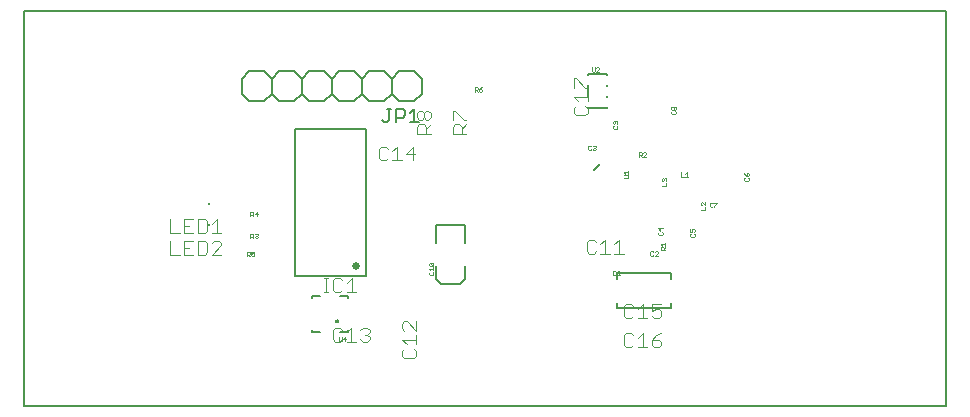
<source format=gto>
G75*
G70*
%OFA0B0*%
%FSLAX24Y24*%
%IPPOS*%
%LPD*%
%AMOC8*
5,1,8,0,0,1.08239X$1,22.5*
%
%ADD10C,0.0080*%
%ADD11C,0.0010*%
%ADD12C,0.0060*%
%ADD13C,0.0050*%
%ADD14C,0.0040*%
%ADD15R,0.0079X0.0079*%
%ADD16C,0.0263*%
%ADD17C,0.0070*%
D10*
X000150Y000181D02*
X000150Y013337D01*
X030885Y013337D01*
X030885Y000181D01*
X000150Y000181D01*
X009163Y004516D02*
X011524Y004516D01*
X011524Y009397D01*
X009163Y009397D01*
X009163Y004516D01*
X013885Y004399D02*
X014042Y004241D01*
X014672Y004241D01*
X014830Y004399D01*
X014830Y004832D01*
X013885Y004832D02*
X013885Y004399D01*
X013885Y005619D02*
X013885Y006210D01*
X014830Y006210D01*
X014830Y005619D01*
X019150Y008053D02*
X019347Y008250D01*
D11*
X020132Y007965D02*
X020282Y007965D01*
X020282Y007915D02*
X020282Y008015D01*
X020182Y007915D02*
X020132Y007965D01*
X020132Y007868D02*
X020257Y007868D01*
X020282Y007843D01*
X020282Y007793D01*
X020257Y007768D01*
X020132Y007768D01*
X021401Y007743D02*
X021426Y007768D01*
X021451Y007768D01*
X021476Y007743D01*
X021501Y007768D01*
X021526Y007768D01*
X021551Y007743D01*
X021551Y007693D01*
X021526Y007668D01*
X021551Y007621D02*
X021551Y007521D01*
X021401Y007521D01*
X021426Y007668D02*
X021401Y007693D01*
X021401Y007743D01*
X021476Y007743D02*
X021476Y007718D01*
X022036Y007812D02*
X022036Y007963D01*
X022036Y007812D02*
X022136Y007812D01*
X022183Y007812D02*
X022283Y007812D01*
X022233Y007812D02*
X022233Y007963D01*
X022183Y007912D01*
X020878Y008483D02*
X020778Y008483D01*
X020878Y008583D01*
X020878Y008608D01*
X020853Y008633D01*
X020803Y008633D01*
X020778Y008608D01*
X020730Y008608D02*
X020730Y008558D01*
X020705Y008533D01*
X020630Y008533D01*
X020680Y008533D02*
X020730Y008483D01*
X020630Y008483D02*
X020630Y008633D01*
X020705Y008633D01*
X020730Y008608D01*
X019195Y008728D02*
X019170Y008703D01*
X019120Y008703D01*
X019095Y008728D01*
X019048Y008728D02*
X019023Y008703D01*
X018973Y008703D01*
X018948Y008728D01*
X018948Y008828D01*
X018973Y008853D01*
X019023Y008853D01*
X019048Y008828D01*
X019095Y008828D02*
X019120Y008853D01*
X019170Y008853D01*
X019195Y008828D01*
X019195Y008803D01*
X019170Y008778D01*
X019195Y008753D01*
X019195Y008728D01*
X019170Y008778D02*
X019145Y008778D01*
X019792Y009423D02*
X019892Y009423D01*
X019918Y009448D01*
X019918Y009498D01*
X019892Y009523D01*
X019892Y009570D02*
X019918Y009595D01*
X019918Y009645D01*
X019892Y009670D01*
X019792Y009670D01*
X019767Y009645D01*
X019767Y009595D01*
X019792Y009570D01*
X019817Y009570D01*
X019842Y009595D01*
X019842Y009670D01*
X019792Y009523D02*
X019767Y009498D01*
X019767Y009448D01*
X019792Y009423D01*
X021716Y009931D02*
X021741Y009906D01*
X021841Y009906D01*
X021866Y009931D01*
X021866Y009981D01*
X021841Y010006D01*
X021841Y010053D02*
X021816Y010053D01*
X021791Y010078D01*
X021791Y010128D01*
X021816Y010153D01*
X021841Y010153D01*
X021866Y010128D01*
X021866Y010078D01*
X021841Y010053D01*
X021791Y010078D02*
X021766Y010053D01*
X021741Y010053D01*
X021716Y010078D01*
X021716Y010128D01*
X021741Y010153D01*
X021766Y010153D01*
X021791Y010128D01*
X021741Y010006D02*
X021716Y009981D01*
X021716Y009931D01*
X019314Y011326D02*
X019214Y011326D01*
X019314Y011426D01*
X019314Y011451D01*
X019289Y011476D01*
X019239Y011476D01*
X019214Y011451D01*
X019167Y011476D02*
X019167Y011351D01*
X019142Y011326D01*
X019092Y011326D01*
X019067Y011351D01*
X019067Y011476D01*
X015405Y010808D02*
X015355Y010783D01*
X015305Y010732D01*
X015380Y010732D01*
X015405Y010707D01*
X015405Y010682D01*
X015380Y010657D01*
X015330Y010657D01*
X015305Y010682D01*
X015305Y010732D01*
X015258Y010732D02*
X015233Y010707D01*
X015158Y010707D01*
X015208Y010707D02*
X015258Y010657D01*
X015258Y010732D02*
X015258Y010783D01*
X015233Y010808D01*
X015158Y010808D01*
X015158Y010657D01*
X022698Y006940D02*
X022723Y006965D01*
X022748Y006965D01*
X022848Y006865D01*
X022848Y006965D01*
X022848Y006818D02*
X022848Y006718D01*
X022698Y006718D01*
X022723Y006865D02*
X022698Y006890D01*
X022698Y006940D01*
X023006Y006928D02*
X023031Y006953D01*
X023081Y006953D01*
X023106Y006928D01*
X023153Y006953D02*
X023253Y006953D01*
X023253Y006928D01*
X023153Y006828D01*
X023153Y006803D01*
X023106Y006828D02*
X023081Y006803D01*
X023031Y006803D01*
X023006Y006828D01*
X023006Y006928D01*
X022472Y006070D02*
X022497Y006045D01*
X022497Y005995D01*
X022472Y005970D01*
X022472Y005923D02*
X022497Y005898D01*
X022497Y005848D01*
X022472Y005823D01*
X022372Y005823D01*
X022347Y005848D01*
X022347Y005898D01*
X022372Y005923D01*
X022347Y005970D02*
X022422Y005970D01*
X022397Y006020D01*
X022397Y006045D01*
X022422Y006070D01*
X022472Y006070D01*
X022347Y006070D02*
X022347Y005970D01*
X021514Y005615D02*
X021514Y005515D01*
X021514Y005468D02*
X021464Y005418D01*
X021464Y005443D02*
X021464Y005368D01*
X021514Y005368D02*
X021364Y005368D01*
X021364Y005443D01*
X021389Y005468D01*
X021439Y005468D01*
X021464Y005443D01*
X021414Y005515D02*
X021364Y005565D01*
X021514Y005565D01*
X021265Y005318D02*
X021240Y005343D01*
X021190Y005343D01*
X021165Y005318D01*
X021118Y005318D02*
X021093Y005343D01*
X021043Y005343D01*
X021018Y005318D01*
X021018Y005218D01*
X021043Y005193D01*
X021093Y005193D01*
X021118Y005218D01*
X021165Y005193D02*
X021265Y005293D01*
X021265Y005318D01*
X021265Y005193D02*
X021165Y005193D01*
X019958Y004683D02*
X019958Y004533D01*
X019908Y004533D02*
X020008Y004533D01*
X019908Y004633D02*
X019958Y004683D01*
X019860Y004658D02*
X019835Y004683D01*
X019785Y004683D01*
X019760Y004658D01*
X019760Y004558D01*
X019785Y004533D01*
X019835Y004533D01*
X019860Y004558D01*
X021277Y005898D02*
X021302Y005873D01*
X021403Y005873D01*
X021428Y005898D01*
X021428Y005948D01*
X021403Y005973D01*
X021352Y006020D02*
X021352Y006120D01*
X021277Y006095D02*
X021352Y006020D01*
X021302Y005973D02*
X021277Y005948D01*
X021277Y005898D01*
X021277Y006095D02*
X021428Y006095D01*
X024152Y007714D02*
X024177Y007689D01*
X024277Y007689D01*
X024302Y007714D01*
X024302Y007764D01*
X024277Y007789D01*
X024277Y007836D02*
X024302Y007861D01*
X024302Y007912D01*
X024277Y007937D01*
X024252Y007937D01*
X024227Y007912D01*
X024227Y007836D01*
X024277Y007836D01*
X024227Y007836D02*
X024177Y007887D01*
X024152Y007937D01*
X024177Y007789D02*
X024152Y007764D01*
X024152Y007714D01*
X013783Y004918D02*
X013783Y004868D01*
X013758Y004843D01*
X013658Y004943D01*
X013758Y004943D01*
X013783Y004918D01*
X013758Y004843D02*
X013658Y004843D01*
X013633Y004868D01*
X013633Y004918D01*
X013658Y004943D01*
X013783Y004796D02*
X013783Y004696D01*
X013783Y004746D02*
X013633Y004746D01*
X013683Y004696D01*
X013658Y004648D02*
X013633Y004623D01*
X013633Y004573D01*
X013658Y004548D01*
X013758Y004548D01*
X013783Y004573D01*
X013783Y004623D01*
X013758Y004648D01*
X010847Y002485D02*
X010772Y002410D01*
X010872Y002410D01*
X010847Y002485D02*
X010847Y002334D01*
X010725Y002359D02*
X010725Y002485D01*
X010625Y002485D02*
X010625Y002359D01*
X010650Y002334D01*
X010700Y002334D01*
X010725Y002359D01*
X007819Y005201D02*
X007794Y005176D01*
X007744Y005176D01*
X007719Y005201D01*
X007719Y005251D02*
X007769Y005276D01*
X007794Y005276D01*
X007819Y005251D01*
X007819Y005201D01*
X007719Y005251D02*
X007719Y005326D01*
X007819Y005326D01*
X007671Y005301D02*
X007671Y005251D01*
X007646Y005226D01*
X007571Y005226D01*
X007571Y005176D02*
X007571Y005326D01*
X007646Y005326D01*
X007671Y005301D01*
X007621Y005226D02*
X007671Y005176D01*
X007685Y005776D02*
X007685Y005926D01*
X007760Y005926D01*
X007785Y005901D01*
X007785Y005851D01*
X007760Y005826D01*
X007685Y005826D01*
X007735Y005826D02*
X007785Y005776D01*
X007833Y005801D02*
X007858Y005776D01*
X007908Y005776D01*
X007933Y005801D01*
X007933Y005826D01*
X007908Y005851D01*
X007883Y005851D01*
X007908Y005851D02*
X007933Y005876D01*
X007933Y005901D01*
X007908Y005926D01*
X007858Y005926D01*
X007833Y005901D01*
X007785Y006495D02*
X007735Y006545D01*
X007760Y006545D02*
X007685Y006545D01*
X007685Y006495D02*
X007685Y006645D01*
X007760Y006645D01*
X007785Y006620D01*
X007785Y006570D01*
X007760Y006545D01*
X007833Y006570D02*
X007933Y006570D01*
X007908Y006495D02*
X007908Y006645D01*
X007833Y006570D01*
D12*
X007656Y010331D02*
X007406Y010581D01*
X007406Y011081D01*
X007656Y011331D01*
X008156Y011331D01*
X008406Y011081D01*
X008656Y011331D01*
X009156Y011331D01*
X009406Y011081D01*
X009656Y011331D01*
X010156Y011331D01*
X010406Y011081D01*
X010656Y011331D01*
X011156Y011331D01*
X011406Y011081D01*
X011656Y011331D01*
X012156Y011331D01*
X012406Y011081D01*
X012656Y011331D01*
X013156Y011331D01*
X013406Y011081D01*
X013406Y010581D01*
X013156Y010331D01*
X012656Y010331D01*
X012406Y010581D01*
X012156Y010331D01*
X011656Y010331D01*
X011406Y010581D01*
X011406Y011081D01*
X010406Y011081D02*
X010406Y010581D01*
X010156Y010331D01*
X009656Y010331D01*
X009406Y010581D01*
X009156Y010331D01*
X008656Y010331D01*
X008406Y010581D01*
X008156Y010331D01*
X007656Y010331D01*
X008406Y010581D02*
X008406Y011081D01*
X009406Y011081D02*
X009406Y010581D01*
X010406Y010581D02*
X010656Y010331D01*
X011156Y010331D01*
X011406Y010581D01*
X012406Y010581D02*
X012406Y011081D01*
X018937Y011204D02*
X018937Y011241D01*
X019575Y011241D01*
X019575Y011204D01*
X019575Y010887D02*
X019575Y010850D01*
X019575Y010513D02*
X019575Y010476D01*
X019575Y010159D02*
X019575Y010121D01*
X018937Y010121D01*
X018937Y010159D01*
X018937Y010476D02*
X018937Y010887D01*
D13*
X013301Y009636D02*
X013001Y009636D01*
X013151Y009636D02*
X013151Y010087D01*
X013001Y009937D01*
X012841Y010012D02*
X012841Y009861D01*
X012766Y009786D01*
X012540Y009786D01*
X012540Y009636D02*
X012540Y010087D01*
X012766Y010087D01*
X012841Y010012D01*
X012380Y010087D02*
X012230Y010087D01*
X012305Y010087D02*
X012305Y009711D01*
X012230Y009636D01*
X012155Y009636D01*
X012080Y009711D01*
X019922Y004609D02*
X019922Y004412D01*
X019922Y004609D02*
X021694Y004609D01*
X021694Y004412D01*
X021694Y003625D02*
X021694Y003428D01*
X019922Y003428D01*
X019922Y003625D01*
X010541Y003001D02*
X010543Y003013D01*
X010548Y003024D01*
X010557Y003033D01*
X010568Y003038D01*
X010580Y003040D01*
X010592Y003038D01*
X010603Y003033D01*
X010612Y003024D01*
X010617Y003013D01*
X010619Y003001D01*
X010617Y002989D01*
X010612Y002978D01*
X010603Y002969D01*
X010592Y002964D01*
X010580Y002962D01*
X010568Y002964D01*
X010557Y002969D01*
X010548Y002978D01*
X010543Y002989D01*
X010541Y003001D01*
D14*
X010512Y002780D02*
X010436Y002704D01*
X010436Y002397D01*
X010512Y002320D01*
X010666Y002320D01*
X010743Y002397D01*
X010896Y002320D02*
X011203Y002320D01*
X011049Y002320D02*
X011049Y002780D01*
X010896Y002627D01*
X010743Y002704D02*
X010666Y002780D01*
X010512Y002780D01*
X011356Y002704D02*
X011433Y002780D01*
X011587Y002780D01*
X011663Y002704D01*
X011663Y002627D01*
X011587Y002550D01*
X011663Y002473D01*
X011663Y002397D01*
X011587Y002320D01*
X011433Y002320D01*
X011356Y002397D01*
X011510Y002550D02*
X011587Y002550D01*
X012745Y002381D02*
X012898Y002227D01*
X012821Y002074D02*
X012745Y001997D01*
X012745Y001844D01*
X012821Y001767D01*
X013128Y001767D01*
X013205Y001844D01*
X013205Y001997D01*
X013128Y002074D01*
X013205Y002227D02*
X013205Y002534D01*
X013205Y002381D02*
X012745Y002381D01*
X012821Y002688D02*
X012745Y002764D01*
X012745Y002918D01*
X012821Y002995D01*
X012898Y002995D01*
X013205Y002688D01*
X013205Y002995D01*
X011210Y003976D02*
X010903Y003976D01*
X011057Y003976D02*
X011057Y004437D01*
X010903Y004283D01*
X010750Y004360D02*
X010673Y004437D01*
X010520Y004437D01*
X010443Y004360D01*
X010443Y004053D01*
X010520Y003976D01*
X010673Y003976D01*
X010750Y004053D01*
X010289Y003976D02*
X010136Y003976D01*
X010213Y003976D02*
X010213Y004437D01*
X010289Y004437D02*
X010136Y004437D01*
X006710Y005226D02*
X006403Y005226D01*
X006710Y005533D01*
X006710Y005610D01*
X006634Y005687D01*
X006480Y005687D01*
X006403Y005610D01*
X006250Y005610D02*
X006173Y005687D01*
X005943Y005687D01*
X005943Y005226D01*
X006173Y005226D01*
X006250Y005303D01*
X006250Y005610D01*
X006173Y005945D02*
X006250Y006022D01*
X006250Y006329D01*
X006173Y006405D01*
X005943Y006405D01*
X005943Y005945D01*
X006173Y005945D01*
X006403Y005945D02*
X006710Y005945D01*
X006557Y005945D02*
X006557Y006405D01*
X006403Y006252D01*
X005789Y006405D02*
X005483Y006405D01*
X005483Y005945D01*
X005789Y005945D01*
X005329Y005945D02*
X005022Y005945D01*
X005022Y006405D01*
X005483Y006175D02*
X005636Y006175D01*
X005483Y005687D02*
X005483Y005226D01*
X005789Y005226D01*
X005329Y005226D02*
X005022Y005226D01*
X005022Y005687D01*
X005483Y005687D02*
X005789Y005687D01*
X005636Y005456D02*
X005483Y005456D01*
X011961Y008437D02*
X012037Y008361D01*
X012191Y008361D01*
X012268Y008437D01*
X012421Y008361D02*
X012728Y008361D01*
X012575Y008361D02*
X012575Y008821D01*
X012421Y008668D01*
X012268Y008744D02*
X012191Y008821D01*
X012037Y008821D01*
X011961Y008744D01*
X011961Y008437D01*
X012881Y008591D02*
X013188Y008591D01*
X013112Y008821D02*
X012881Y008591D01*
X013112Y008361D02*
X013112Y008821D01*
X013238Y009258D02*
X013238Y009488D01*
X013315Y009564D01*
X013469Y009564D01*
X013545Y009488D01*
X013545Y009258D01*
X013699Y009258D02*
X013238Y009258D01*
X013545Y009411D02*
X013699Y009564D01*
X013622Y009718D02*
X013545Y009718D01*
X013469Y009795D01*
X013469Y009948D01*
X013545Y010025D01*
X013622Y010025D01*
X013699Y009948D01*
X013699Y009795D01*
X013622Y009718D01*
X013469Y009795D02*
X013392Y009718D01*
X013315Y009718D01*
X013238Y009795D01*
X013238Y009948D01*
X013315Y010025D01*
X013392Y010025D01*
X013469Y009948D01*
X014426Y010025D02*
X014426Y009718D01*
X014503Y009564D02*
X014656Y009564D01*
X014733Y009488D01*
X014733Y009258D01*
X014886Y009258D02*
X014426Y009258D01*
X014426Y009488D01*
X014503Y009564D01*
X014733Y009411D02*
X014886Y009564D01*
X014886Y009718D02*
X014810Y009718D01*
X014503Y010025D01*
X014426Y010025D01*
X018468Y010101D02*
X018468Y009947D01*
X018545Y009870D01*
X018852Y009870D01*
X018929Y009947D01*
X018929Y010101D01*
X018852Y010177D01*
X018929Y010331D02*
X018929Y010638D01*
X018929Y010791D02*
X018852Y010791D01*
X018545Y011098D01*
X018468Y011098D01*
X018468Y010791D01*
X018468Y010484D02*
X018929Y010484D01*
X018622Y010331D02*
X018468Y010484D01*
X018545Y010177D02*
X018468Y010101D01*
X018972Y005718D02*
X018895Y005641D01*
X018895Y005334D01*
X018972Y005258D01*
X019125Y005258D01*
X019202Y005334D01*
X019355Y005258D02*
X019662Y005258D01*
X019509Y005258D02*
X019509Y005718D01*
X019355Y005564D01*
X019202Y005641D02*
X019125Y005718D01*
X018972Y005718D01*
X019816Y005564D02*
X019969Y005718D01*
X019969Y005258D01*
X019816Y005258D02*
X020123Y005258D01*
X020222Y003574D02*
X020145Y003497D01*
X020145Y003191D01*
X020222Y003114D01*
X020375Y003114D01*
X020452Y003191D01*
X020605Y003114D02*
X020912Y003114D01*
X020759Y003114D02*
X020759Y003574D01*
X020605Y003421D01*
X020452Y003497D02*
X020375Y003574D01*
X020222Y003574D01*
X021066Y003574D02*
X021066Y003344D01*
X021219Y003421D01*
X021296Y003421D01*
X021373Y003344D01*
X021373Y003191D01*
X021296Y003114D01*
X021143Y003114D01*
X021066Y003191D01*
X021066Y003574D02*
X021373Y003574D01*
X021373Y002605D02*
X021219Y002529D01*
X021066Y002375D01*
X021296Y002375D01*
X021373Y002299D01*
X021373Y002222D01*
X021296Y002145D01*
X021143Y002145D01*
X021066Y002222D01*
X021066Y002375D01*
X020759Y002605D02*
X020605Y002452D01*
X020452Y002529D02*
X020375Y002605D01*
X020222Y002605D01*
X020145Y002529D01*
X020145Y002222D01*
X020222Y002145D01*
X020375Y002145D01*
X020452Y002222D01*
X020605Y002145D02*
X020912Y002145D01*
X020759Y002145D02*
X020759Y002605D01*
D15*
X006304Y006206D03*
X006304Y006925D03*
D16*
X011220Y004830D03*
D17*
X010934Y003828D02*
X010676Y003828D01*
X010934Y003828D02*
X010934Y003766D01*
X010012Y003828D02*
X009753Y003828D01*
X009753Y003766D01*
X009753Y002709D02*
X009753Y002647D01*
X010012Y002647D01*
X010676Y002647D02*
X010934Y002647D01*
X010934Y002709D01*
M02*

</source>
